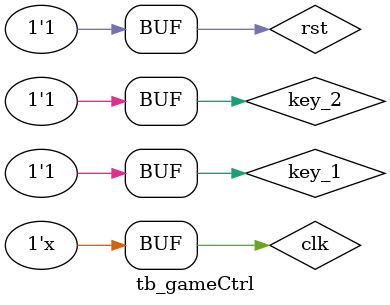
<source format=v>
`timescale 10ns/1ns
module tb_gameCtrl ();

reg clk, rst;
reg key_1, key_2;

wire [7:0] position;
wire clk_2Hz;
wire key_player1_eff, key_player2_eff;
wire [2:0] score_player1, score_player2;

parameter period_clk = 1;      // 仿真时钟周期20ns, 对应50MHz
parameter period_pp = 50_000_000;       // 0.5s, 对应乒乓球流转一位的时间
parameter period_keyPress = 5_000_000;  // 按键时间50ms

initial begin
    clk <= 0;
    key_1 <= 1;
    key_2 <= 1;
    rst <= 1;
    #1 rst <= 0;        // 复位
    #1 rst <= 1;
    // 模拟动作1: 在0.5s时, 甲发球
    #(period_pp)    key_1 <= 0;
    #(period_keyPress)  key_1 <= 1;
    // 模拟动作2: 在1s时, 乙接球(甲得分)
    #(period_pp)    key_2 <= 0;
    #(period_keyPress)  key_2 <= 1;
    // 模拟动作3: 在1.5s时, 乙发球
    #(period_pp)    key_2 <= 0;
    #(period_keyPress)  key_2 <= 1;
    // 模拟动作4: 在2s时, 甲接球(乙得分)
    #(period_pp)    key_1 <= 0;
    #(period_keyPress)  key_1 <= 1;
    // 模拟动作5: 在2.5s时, 甲发球
    #(period_pp)    key_1 <= 0;
    #(period_keyPress)  key_1 <= 1;
    // 模拟动作6: 在5s时, 乙击球(球反向)
    #(period_pp * 5)    key_2 <= 0;
    #(period_keyPress)  key_2 <= 1;
    // 模拟动作7: 在8s时, 甲击球(球出界, 乙得分)
    #(period_pp * 6)    key_1 <= 0;
    #(period_keyPress)  key_1 <= 1;
end

always #(period_clk) clk = ~clk;

// divider_clk #(24'd12499999) inst_divider_clk(
//     .rst(rst), 
//     .clk(clk), 
//     .clk_new(clk_2Hz)
// );

divider_clk #(24'd12499999) inst_divider_clk(
    .rst(rst), 
    .clk(clk), 
    .clk_new(clk_2Hz)
);

key_filter f1(
    .clk(clk), 
    .rst(rst), 
    .key(key_1), 
    .key_effPulse(key_player1_eff)
);

key_filter f2(
    .clk(clk), 
    .rst(rst), 
    .key(key_2), 
    .key_effPulse(key_player2_eff)
);

gameCtrl inst_gameCtrl(
.clk(clk),             
.clk_2Hz(clk_2Hz),     
.rst(rst),        
.key_player1_eff(key_player1_eff),  
.key_player2_eff(key_player2_eff),    
.position(position),       
.score_player1(score_player1), 
.score_player2(score_player2)
);
endmodule
</source>
